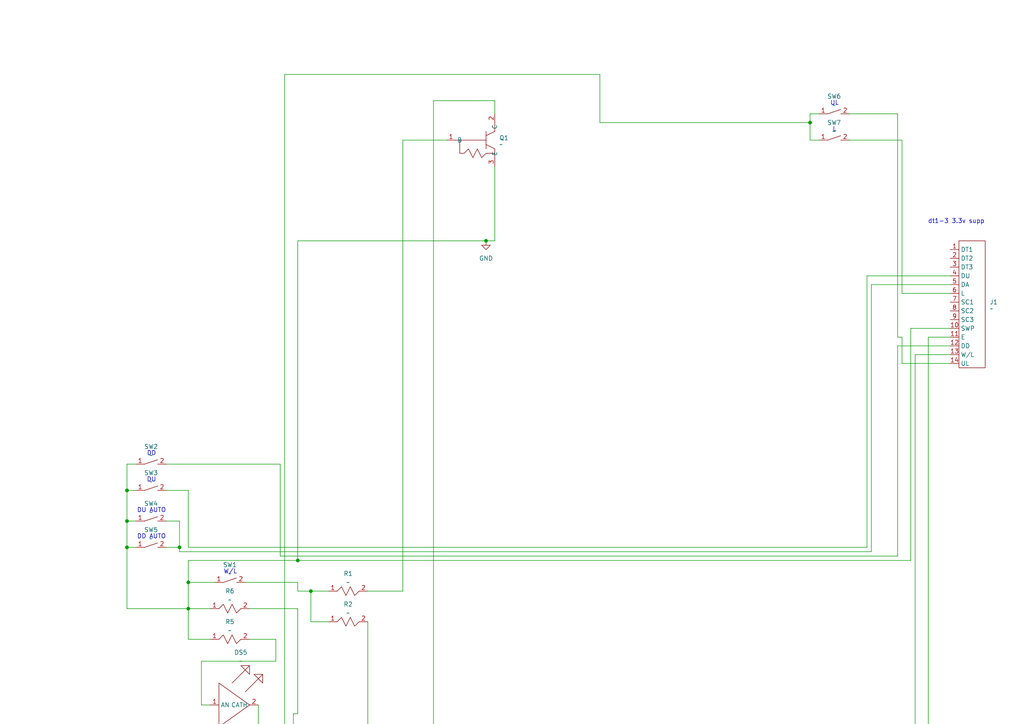
<source format=kicad_sch>
(kicad_sch (version 20231120) (generator "eeschema") (generator_version "8.0")
  (paper "A4")
  (lib_symbols
    (symbol "lexus ls400:100OHMRES"
      (property "Reference" "R" (at 5.334 3.556 0))
      (symbol "100OHMRES_0_1"
        (polyline (pts (xy 2.54 0) (xy 3.81 1.27) (xy 5.08 -1.27) (xy 6.35 1.27) (xy 7.62 -1.27) (xy 8.89 0)))
      )
      (symbol "100OHMRES_1_1"
        (pin bidirectional line (at 0 0 0) (length 2.54) (name "") (number "1"))
        (pin bidirectional line (at 11.43 0 180) (length 2.54) (name "") (number "2"))
      )
    )
    (symbol "lexus ls400:10OHMRES"
      (property "Reference" "R" (at 5.334 3.556 0))
      (symbol "10OHMRES_0_1"
        (polyline (pts (xy 2.54 0) (xy 3.81 1.27) (xy 5.08 -1.27) (xy 6.35 1.27) (xy 7.62 -1.27) (xy 8.89 0)))
      )
      (symbol "10OHMRES_1_1"
        (pin bidirectional line (at 0 0 0) (length 2.54) (name "") (number "1"))
        (pin bidirectional line (at 11.43 0 180) (length 2.54) (name "") (number "2"))
      )
    )
    (symbol "lexus ls400:14pindoorconn"
      (property "Reference" "J" (at 4.064 38.354 0))
      (symbol "14pindoorconn_0_1"
        (rectangle (start 0 36.83) (end 7.62 0))
      )
      (symbol "14pindoorconn_1_1"
        (pin bidirectional line (at -2.54 34.29 0) (length 2.54) (name "DT1") (number "1"))
        (pin bidirectional line (at -2.54 11.43 0) (length 2.54) (name "SWP") (number "10"))
        (pin bidirectional line (at -2.54 8.89 0) (length 2.54) (name "E") (number "11"))
        (pin bidirectional line (at -2.54 6.35 0) (length 2.54) (name "DD") (number "12"))
        (pin bidirectional line (at -2.54 3.81 0) (length 2.54) (name "W/L") (number "13"))
        (pin bidirectional line (at -2.54 1.27 0) (length 2.54) (name "UL") (number "14"))
        (pin bidirectional line (at -2.54 31.75 0) (length 2.54) (name "DT2") (number "2"))
        (pin bidirectional line (at -2.54 29.21 0) (length 2.54) (name "DT3") (number "3"))
        (pin bidirectional line (at -2.54 26.67 0) (length 2.54) (name "DU") (number "4"))
        (pin bidirectional line (at -2.54 24.13 0) (length 2.54) (name "DA") (number "5"))
        (pin bidirectional line (at -2.54 21.59 0) (length 2.54) (name "L") (number "6"))
        (pin bidirectional line (at -2.54 19.05 0) (length 2.54) (name "SC1") (number "7"))
        (pin bidirectional line (at -2.54 16.51 0) (length 2.54) (name "SC2") (number "8"))
        (pin bidirectional line (at -2.54 13.97 0) (length 2.54) (name "SC3") (number "9"))
      )
    )
    (symbol "lexus ls400:2000OHMRES"
      (property "Reference" "R" (at 5.334 3.556 0))
      (symbol "2000OHMRES_0_1"
        (polyline (pts (xy 2.54 0) (xy 3.81 1.27) (xy 5.08 -1.27) (xy 6.35 1.27) (xy 7.62 -1.27) (xy 8.89 0)))
      )
      (symbol "2000OHMRES_1_1"
        (pin bidirectional line (at 0 0 0) (length 2.54) (name "") (number "1"))
        (pin bidirectional line (at 11.43 0 180) (length 2.54) (name "") (number "2"))
      )
    )
    (symbol "lexus ls400:2PINDIODE2010"
      (property "Reference" "D" (at 7.112 5.588 0))
      (symbol "2PINDIODE2010_0_1"
        (polyline (pts (xy 11.43 0) (xy 2.54 6.35) (xy 2.54 -6.35) (xy 11.43 0)))
      )
      (symbol "2PINDIODE2010_1_1"
        (pin bidirectional line (at 0 0 0) (length 2.54) (name "AN") (number "1"))
        (pin bidirectional line (at 13.97 0 180) (length 2.54) (name "CATH") (number "2"))
      )
    )
    (symbol "lexus ls400:430OHMRES"
      (property "Reference" "R" (at 5.334 3.556 0))
      (symbol "430OHMRES_0_1"
        (polyline (pts (xy 2.54 0) (xy 3.81 1.27) (xy 5.08 -1.27) (xy 6.35 1.27) (xy 7.62 -1.27) (xy 8.89 0)))
      )
      (symbol "430OHMRES_1_1"
        (pin bidirectional line (at 0 0 0) (length 2.54) (name "") (number "1"))
        (pin bidirectional line (at 11.43 0 180) (length 2.54) (name "") (number "2"))
      )
    )
    (symbol "lexus ls400:560OHMRES"
      (property "Reference" "R" (at 5.334 3.556 0))
      (symbol "560OHMRES_0_1"
        (polyline (pts (xy 2.54 0) (xy 3.81 1.27) (xy 5.08 -1.27) (xy 6.35 1.27) (xy 7.62 -1.27) (xy 8.89 0)))
      )
      (symbol "560OHMRES_1_1"
        (pin bidirectional line (at 0 0 0) (length 2.54) (name "") (number "1"))
        (pin bidirectional line (at 11.43 0 180) (length 2.54) (name "") (number "2"))
      )
    )
    (symbol "lexus ls400:CONTACTSWITCH"
      (property "Reference" "SW" (at 4.572 3.048 0))
      (symbol "CONTACTSWITCH_0_1"
        (polyline (pts (xy 2.54 0) (xy 6.35 1.27)))
      )
      (symbol "CONTACTSWITCH_1_1"
        (pin bidirectional line (at 0 0 0) (length 2.54) (name "") (number "1"))
        (pin bidirectional line (at 8.89 0 180) (length 2.54) (name "") (number "2"))
      )
    )
    (symbol "lexus ls400:HR1A4A"
      (property "Reference" "Q" (at 7.366 5.08 0))
      (symbol "HR1A4A_0_1"
        (polyline (pts (xy 2.54 0) (xy 11.43 0)))
        (polyline (pts (xy 11.43 0) (xy 11.43 0)))
        (polyline (pts (xy 11.43 1.27) (xy 13.97 2.54)))
        (polyline (pts (xy 11.43 2.54) (xy 11.43 -2.54)))
        (polyline (pts (xy 11.43 2.54) (xy 11.43 2.54)))
        (polyline (pts (xy 13.97 2.54) (xy 13.97 5.08)))
        (polyline (pts (xy 5.08 -3.81) (xy 3.81 -3.81) (xy 3.81 0)))
        (polyline (pts (xy 11.43 -1.27) (xy 13.97 -2.54) (xy 13.97 -5.08)))
        (polyline (pts (xy 13.97 -3.81) (xy 11.43 -3.81) (xy 10.16 -5.08) (xy 8.89 -2.54) (xy 7.62 -5.08) (xy 6.35 -2.54) (xy 5.08 -3.81)))
      )
      (symbol "HR1A4A_1_1"
        (pin bidirectional line (at 0 0 0) (length 2.54) (name "B") (number "1"))
        (pin bidirectional line (at 13.97 7.62 270) (length 2.54) (name "C") (number "2"))
        (pin bidirectional line (at 13.97 -7.62 90) (length 2.54) (name "E") (number "3"))
      )
    )
    (symbol "lexus ls400:SMTLEDGRN1206"
      (property "Reference" "DS" (at 11.176 2.794 0))
      (symbol "SMTLEDGRN1206_0_1"
        (polyline (pts (xy 11.43 0) (xy 2.54 6.35) (xy 2.54 -6.35) (xy 11.43 0)))
        (polyline (pts (xy 6.35 6.35) (xy 11.43 11.43) (xy 8.89 11.43) (xy 11.43 8.89) (xy 11.43 11.43)))
        (polyline (pts (xy 10.16 3.81) (xy 15.24 8.89) (xy 12.7 8.89) (xy 15.24 6.35) (xy 15.24 8.89)))
      )
      (symbol "SMTLEDGRN1206_1_1"
        (pin bidirectional line (at 0 0 0) (length 2.54) (name "AN") (number "1"))
        (pin bidirectional line (at 13.97 0 180) (length 2.54) (name "CATH") (number "2"))
      )
    )
    (symbol "power:+12V" (power) (pin_numbers hide) (pin_names (offset 0) hide)
      (property "Value" "+12V" (at 0 3.556 0))
      (symbol "+12V_0_1"
        (polyline (pts (xy -0.762 1.27) (xy 0 2.54)))
        (polyline (pts (xy 0 0) (xy 0 2.54)))
        (polyline (pts (xy 0 2.54) (xy 0.762 1.27)))
      )
      (symbol "+12V_1_1"
        (pin power_in line (at 0 0 90) (length 0) (name "~") (number "1"))
      )
    )
    (symbol "power:GND" (power) (pin_numbers hide) (pin_names (offset 0) hide)
      (property "Value" "GND" (at 0 -3.81 0))
      (symbol "GND_0_1"
        (polyline (pts (xy 0 0) (xy 0 -1.27) (xy 1.27 -1.27) (xy 0 -2.54) (xy -1.27 -1.27) (xy 0 -1.27)))
      )
      (symbol "GND_1_1"
        (pin power_in line (at 0 0 270) (length 0) (name "~") (number "1"))
      )
    )
  )
  (junction (at 622.3 120.65))
  (junction (at 107.95 278.13))
  (junction (at 533.4 259.08))
  (junction (at 577.85 78.74))
  (junction (at 577.85 107.95))
  (junction (at 533.4 184.15))
  (junction (at 234.95 35.56))
  (junction (at 462.28 82.55))
  (junction (at 438.15 243.84))
  (junction (at 476.25 86.36))
  (junction (at 476.25 107.95))
  (junction (at 571.5 95.25))
  (junction (at 438.15 86.36))
  (junction (at 527.05 107.95))
  (junction (at 80.01 248.92))
  (junction (at 90.17 171.45))
  (junction (at 533.4 271.78))
  (junction (at 438.15 78.74))
  (junction (at 504.19 217.17))
  (junction (at 577.85 86.36))
  (junction (at 527.05 78.74))
  (junction (at 571.5 120.65))
  (junction (at 107.95 248.92))
  (junction (at 36.83 158.75))
  (junction (at 36.83 151.13))
  (junction (at 476.25 78.74))
  (junction (at 438.15 234.95))
  (junction (at 622.3 146.05))
  (junction (at 438.15 133.35))
  (junction (at 86.36 162.56))
  (junction (at 438.15 107.95))
  (junction (at 85.09 229.87))
  (junction (at 52.07 158.75))
  (junction (at 533.4 158.75))
  (junction (at 527.05 86.36))
  (junction (at 438.15 158.75))
  (junction (at 499.11 82.55))
  (junction (at 54.61 176.53))
  (junction (at 54.61 168.91))
  (junction (at 603.25 82.55))
  (junction (at 74.93 217.17))
  (junction (at 622.3 95.25))
  (junction (at 571.5 146.05))
  (junction (at 440.69 196.85))
  (junction (at 140.97 69.85))
  (junction (at 533.4 217.17))
  (junction (at 82.55 217.17))
  (junction (at 549.91 82.55))
  (junction (at 194.31 248.92))
  (junction (at 36.83 142.24))
  (wire (pts (xy 116.84 40.64) (xy 116.84 171.45)))
  (wire (pts (xy 440.69 196.85) (xy 440.69 203.2)))
  (wire (pts (xy 440.69 196.85) (xy 447.04 196.85)))
  (wire (pts (xy 36.83 134.62) (xy 36.83 142.24)))
  (wire (pts (xy 453.39 224.79) (xy 453.39 234.95)))
  (wire (pts (xy 462.28 86.36) (xy 462.28 82.55)))
  (wire (pts (xy 511.81 217.17) (xy 504.19 217.17)))
  (wire (pts (xy 275.59 95.25) (xy 264.16 95.25)))
  (wire (pts (xy 261.62 105.41) (xy 275.59 105.41)))
  (wire (pts (xy 125.73 222.25) (xy 194.31 222.25)))
  (wire (pts (xy 173.99 35.56) (xy 173.99 21.59)))
  (wire (pts (xy 86.36 171.45) (xy 90.17 171.45)))
  (wire (pts (xy 107.95 278.13) (xy 57.15 278.13)))
  (wire (pts (xy 36.83 142.24) (xy 39.37 142.24)))
  (wire (pts (xy 107.95 248.92) (xy 107.95 278.13)))
  (wire (pts (xy 438.15 243.84) (xy 491.49 243.84)))
  (wire (pts (xy 438.15 78.74) (xy 438.15 86.36)))
  (wire (pts (xy 570.23 82.55) (xy 571.5 82.55)))
  (wire (pts (xy 54.61 162.56) (xy 54.61 168.91)))
  (wire (pts (xy 39.37 134.62) (xy 36.83 134.62)))
  (wire (pts (xy 544.83 107.95) (xy 556.26 107.95)))
  (wire (pts (xy 48.26 134.62) (xy 81.28 134.62)))
  (wire (pts (xy 504.19 217.17) (xy 504.19 243.84)))
  (wire (pts (xy 29.21 266.7) (xy 29.21 248.92)))
  (wire (pts (xy 438.15 86.36) (xy 438.15 107.95)))
  (wire (pts (xy 269.24 232.41) (xy 218.44 232.41)))
  (wire (pts (xy 60.96 185.42) (xy 54.61 185.42)))
  (wire (pts (xy 481.33 158.75) (xy 533.4 158.75)))
  (wire (pts (xy 275.59 97.79) (xy 269.24 97.79)))
  (wire (pts (xy 577.85 133.35) (xy 577.85 107.95)))
  (wire (pts (xy 544.83 78.74) (xy 549.91 78.74)))
  (wire (pts (xy 80.01 229.87) (xy 85.09 229.87)))
  (wire (pts (xy 275.59 80.01) (xy 251.46 80.01)))
  (wire (pts (xy 438.15 243.84) (xy 438.15 259.08)))
  (wire (pts (xy 172.72 266.7) (xy 29.21 266.7)))
  (wire (pts (xy 494.03 133.35) (xy 505.46 133.35)))
  (wire (pts (xy 71.12 168.91) (xy 86.36 168.91)))
  (wire (pts (xy 80.01 191.77) (xy 80.01 185.42)))
  (wire (pts (xy 571.5 95.25) (xy 622.3 95.25)))
  (wire (pts (xy 571.5 82.55) (xy 571.5 95.25)))
  (wire (pts (xy 455.93 86.36) (xy 462.28 86.36)))
  (wire (pts (xy 476.25 133.35) (xy 476.25 107.95)))
  (wire (pts (xy 440.69 196.85) (xy 440.69 184.15)))
  (wire (pts (xy 476.25 107.95) (xy 485.14 107.95)))
  (wire (pts (xy 549.91 78.74) (xy 549.91 82.55)))
  (wire (pts (xy 260.35 100.33) (xy 275.59 100.33)))
  (wire (pts (xy 86.36 69.85) (xy 86.36 162.56)))
  (wire (pts (xy 237.49 33.02) (xy 234.95 33.02)))
  (wire (pts (xy 251.46 158.75) (xy 54.61 158.75)))
  (wire (pts (xy 621.03 133.35) (xy 622.3 133.35)))
  (wire (pts (xy 86.36 168.91) (xy 86.36 171.45)))
  (wire (pts (xy 52.07 151.13) (xy 52.07 158.75)))
  (wire (pts (xy 622.3 133.35) (xy 622.3 146.05)))
  (wire (pts (xy 504.19 217.17) (xy 501.65 217.17)))
  (wire (pts (xy 520.7 120.65) (xy 571.5 120.65)))
  (wire (pts (xy 81.28 134.62) (xy 81.28 161.29)))
  (wire (pts (xy 533.4 158.75) (xy 635 158.75)))
  (wire (pts (xy 527.05 107.95) (xy 527.05 86.36)))
  (wire (pts (xy 82.55 217.17) (xy 74.93 217.17)))
  (wire (pts (xy 95.25 180.34) (xy 90.17 180.34)))
  (wire (pts (xy 261.62 85.09) (xy 261.62 40.64)))
  (wire (pts (xy 533.4 158.75) (xy 533.4 184.15)))
  (wire (pts (xy 549.91 82.55) (xy 549.91 86.36)))
  (wire (pts (xy 106.68 217.17) (xy 82.55 217.17)))
  (wire (pts (xy 635 67.31) (xy 527.05 67.31)))
  (wire (pts (xy 72.39 176.53) (xy 86.36 176.53)))
  (wire (pts (xy 194.31 222.25) (xy 194.31 248.92)))
  (wire (pts (xy 36.83 151.13) (xy 39.37 151.13)))
  (wire (pts (xy 595.63 78.74) (xy 603.25 78.74)))
  (wire (pts (xy 621.03 82.55) (xy 622.3 82.55)))
  (wire (pts (xy 36.83 176.53) (xy 36.83 158.75)))
  (wire (pts (xy 433.07 49.53) (xy 635 49.53)))
  (wire (pts (xy 571.5 120.65) (xy 622.3 120.65)))
  (wire (pts (xy 74.93 217.17) (xy 74.93 204.47)))
  (wire (pts (xy 260.35 33.02) (xy 260.35 97.79)))
  (wire (pts (xy 622.3 107.95) (xy 622.3 120.65)))
  (wire (pts (xy 621.03 107.95) (xy 622.3 107.95)))
  (wire (pts (xy 265.43 248.92) (xy 265.43 102.87)))
  (wire (pts (xy 269.24 97.79) (xy 269.24 232.41)))
  (wire (pts (xy 36.83 158.75) (xy 36.83 151.13)))
  (wire (pts (xy 523.24 217.17) (xy 533.4 217.17)))
  (wire (pts (xy 499.11 78.74) (xy 499.11 82.55)))
  (wire (pts (xy 246.38 33.02) (xy 260.35 33.02)))
  (wire (pts (xy 125.73 29.21) (xy 125.73 222.25)))
  (wire (pts (xy 80.01 229.87) (xy 80.01 248.92)))
  (wire (pts (xy 467.36 158.75) (xy 458.47 158.75)))
  (wire (pts (xy 549.91 86.36) (xy 544.83 86.36)))
  (wire (pts (xy 481.33 184.15) (xy 486.41 184.15)))
  (wire (pts (xy 499.11 86.36) (xy 499.11 82.55)))
  (wire (pts (xy 260.35 161.29) (xy 260.35 100.33)))
  (wire (pts (xy 497.84 259.08) (xy 511.81 259.08)))
  (wire (pts (xy 533.4 279.4) (xy 533.4 271.78)))
  (wire (pts (xy 476.25 78.74) (xy 476.25 86.36)))
  (wire (pts (xy 458.47 196.85) (xy 635 196.85)))
  (wire (pts (xy 462.28 78.74) (xy 455.93 78.74)))
  (wire (pts (xy 36.83 142.24) (xy 36.83 151.13)))
  (wire (pts (xy 252.73 160.02) (xy 52.07 160.02)))
  (wire (pts (xy 520.7 107.95) (xy 520.7 120.65)))
  (wire (pts (xy 467.36 59.69) (xy 635 59.69)))
  (wire (pts (xy 476.25 133.35) (xy 485.14 133.35)))
  (wire (pts (xy 500.38 184.15) (xy 505.46 184.15)))
  (wire (pts (xy 234.95 40.64) (xy 237.49 40.64)))
  (wire (pts (xy 533.4 217.17) (xy 533.4 259.08)))
  (wire (pts (xy 520.7 133.35) (xy 520.7 146.05)))
  (wire (pts (xy 453.39 234.95) (xy 438.15 234.95)))
  (wire (pts (xy 476.25 86.36) (xy 476.25 107.95)))
  (wire (pts (xy 476.25 64.77) (xy 476.25 78.74)))
  (wire (pts (xy 527.05 86.36) (xy 535.94 86.36)))
  (wire (pts (xy 476.25 78.74) (xy 485.14 78.74)))
  (wire (pts (xy 571.5 133.35) (xy 570.23 133.35)))
  (wire (pts (xy 86.36 162.56) (xy 264.16 162.56)))
  (wire (pts (xy 571.5 146.05) (xy 622.3 146.05)))
  (wire (pts (xy 520.7 95.25) (xy 571.5 95.25)))
  (wire (pts (xy 595.63 107.95) (xy 607.06 107.95)))
  (wire (pts (xy 494.03 107.95) (xy 505.46 107.95)))
  (wire (pts (xy 86.36 162.56) (xy 54.61 162.56)))
  (wire (pts (xy 595.63 86.36) (xy 603.25 86.36)))
  (wire (pts (xy 172.72 248.92) (xy 172.72 266.7)))
  (wire (pts (xy 469.9 133.35) (xy 469.9 62.23)))
  (wire (pts (xy 447.04 78.74) (xy 438.15 78.74)))
  (wire (pts (xy 54.61 176.53) (xy 36.83 176.53)))
  (wire (pts (xy 497.84 271.78) (xy 533.4 271.78)))
  (wire (pts (xy 435.61 52.07) (xy 635 52.07)))
  (wire (pts (xy 533.4 184.15) (xy 533.4 217.17)))
  (wire (pts (xy 106.68 180.34) (xy 106.68 217.17)))
  (wire (pts (xy 54.61 185.42) (xy 54.61 176.53)))
  (wire (pts (xy 622.3 120.65) (xy 635 120.65)))
  (wire (pts (xy 494.03 86.36) (xy 499.11 86.36)))
  (wire (pts (xy 261.62 40.64) (xy 246.38 40.64)))
  (wire (pts (xy 234.95 33.02) (xy 234.95 35.56)))
  (wire (pts (xy 577.85 69.85) (xy 577.85 78.74)))
  (wire (pts (xy 577.85 78.74) (xy 586.74 78.74)))
  (wire (pts (xy 458.47 184.15) (xy 467.36 184.15)))
  (wire (pts (xy 234.95 35.56) (xy 234.95 40.64)))
  (wire (pts (xy 595.63 133.35) (xy 607.06 133.35)))
  (wire (pts (xy 519.43 82.55) (xy 520.7 82.55)))
  (wire (pts (xy 464.82 82.55) (xy 464.82 57.15)))
  (wire (pts (xy 90.17 180.34) (xy 90.17 171.45)))
  (wire (pts (xy 462.28 82.55) (xy 464.82 82.55)))
  (wire (pts (xy 527.05 78.74) (xy 535.94 78.74)))
  (wire (pts (xy 60.96 176.53) (xy 54.61 176.53)))
  (wire (pts (xy 455.93 107.95) (xy 467.36 107.95)))
  (wire (pts (xy 488.95 271.78) (xy 435.61 271.78)))
  (wire (pts (xy 116.84 171.45) (xy 106.68 171.45)))
  (wire (pts (xy 577.85 133.35) (xy 586.74 133.35)))
  (wire (pts (xy 100.33 248.92) (xy 107.95 248.92)))
  (wire (pts (xy 54.61 158.75) (xy 54.61 142.24)))
  (wire (pts (xy 438.15 158.75) (xy 438.15 234.95)))
  (wire (pts (xy 453.39 203.2) (xy 453.39 209.55)))
  (wire (pts (xy 39.37 158.75) (xy 36.83 158.75)))
  (wire (pts (xy 635 69.85) (xy 577.85 69.85)))
  (wire (pts (xy 52.07 160.02) (xy 52.07 158.75)))
  (wire (pts (xy 577.85 78.74) (xy 577.85 86.36)))
  (wire (pts (xy 635 64.77) (xy 476.25 64.77)))
  (wire (pts (xy 527.05 133.35) (xy 527.05 107.95)))
  (wire (pts (xy 607.06 82.55) (xy 603.25 82.55)))
  (wire (pts (xy 143.51 33.02) (xy 143.51 29.21)))
  (wire (pts (xy 519.43 133.35) (xy 520.7 133.35)))
  (wire (pts (xy 527.05 133.35) (xy 535.94 133.35)))
  (wire (pts (xy 129.54 40.64) (xy 116.84 40.64)))
  (wire (pts (xy 527.05 67.31) (xy 527.05 78.74)))
  (wire (pts (xy 143.51 29.21) (xy 125.73 29.21)))
  (wire (pts (xy 48.26 151.13) (xy 52.07 151.13)))
  (wire (pts (xy 29.21 248.92) (xy 34.29 248.92)))
  (wire (pts (xy 86.36 248.92) (xy 80.01 248.92)))
  (wire (pts (xy 520.7 82.55) (xy 520.7 95.25)))
  (wire (pts (xy 52.07 158.75) (xy 48.26 158.75)))
  (wire (pts (xy 48.26 248.92) (xy 66.04 248.92)))
  (wire (pts (xy 81.28 161.29) (xy 260.35 161.29)))
  (wire (pts (xy 500.38 243.84) (xy 504.19 243.84)))
  (wire (pts (xy 86.36 176.53) (xy 86.36 207.01)))
  (wire (pts (xy 527.05 107.95) (xy 535.94 107.95)))
  (wire (pts (xy 519.43 184.15) (xy 533.4 184.15)))
  (wire (pts (xy 486.41 259.08) (xy 438.15 259.08)))
  (wire (pts (xy 435.61 271.78) (xy 435.61 52.07)))
  (wire (pts (xy 251.46 80.01) (xy 251.46 158.75)))
  (wire (pts (xy 57.15 217.17) (xy 57.15 278.13)))
  (wire (pts (xy 476.25 86.36) (xy 485.14 86.36)))
  (wire (pts (xy 433.07 279.4) (xy 433.07 49.53)))
  (wire (pts (xy 107.95 229.87) (xy 107.95 248.92)))
  (wire (pts (xy 90.17 171.45) (xy 95.25 171.45)))
  (wire (pts (xy 467.36 59.69) (xy 467.36 107.95)))
  (wire (pts (xy 143.51 69.85) (xy 140.97 69.85)))
  (wire (pts (xy 469.9 62.23) (xy 635 62.23)))
  (wire (pts (xy 275.59 85.09) (xy 261.62 85.09)))
  (wire (pts (xy 74.93 217.17) (xy 57.15 217.17)))
  (wire (pts (xy 622.3 82.55) (xy 622.3 95.25)))
  (wire (pts (xy 86.36 207.01) (xy 85.09 207.01)))
  (wire (pts (xy 549.91 82.55) (xy 556.26 82.55)))
  (wire (pts (xy 519.43 107.95) (xy 520.7 107.95)))
  (wire (pts (xy 264.16 95.25) (xy 264.16 162.56)))
  (wire (pts (xy 438.15 243.84) (xy 438.15 234.95)))
  (wire (pts (xy 622.3 146.05) (xy 635 146.05)))
  (wire (pts (xy 497.84 279.4) (xy 533.4 279.4)))
  (wire (pts (xy 499.11 82.55) (xy 505.46 82.55)))
  (wire (pts (xy 252.73 82.55) (xy 252.73 160.02)))
  (wire (pts (xy 265.43 102.87) (xy 275.59 102.87)))
  (wire (pts (xy 140.97 69.85) (xy 86.36 69.85)))
  (wire (pts (xy 571.5 120.65) (xy 571.5 107.95)))
  (wire (pts (xy 234.95 35.56) (xy 173.99 35.56)))
  (wire (pts (xy 440.69 184.15) (xy 447.04 184.15)))
  (wire (pts (xy 438.15 54.61) (xy 438.15 78.74)))
  (wire (pts (xy 544.83 133.35) (xy 556.26 133.35)))
  (wire (pts (xy 447.04 86.36) (xy 438.15 86.36)))
  (wire (pts (xy 210.82 248.92) (xy 265.43 248.92)))
  (wire (pts (xy 438.15 133.35) (xy 438.15 107.95)))
  (wire (pts (xy 438.15 158.75) (xy 438.15 133.35)))
  (wire (pts (xy 173.99 21.59) (xy 82.55 21.59)))
  (wire (pts (xy 577.85 86.36) (xy 577.85 107.95)))
  (wire (pts (xy 440.69 203.2) (xy 453.39 203.2)))
  (wire (pts (xy 82.55 21.59) (xy 82.55 217.17)))
  (wire (pts (xy 462.28 82.55) (xy 462.28 78.74)))
  (wire (pts (xy 520.7 146.05) (xy 571.5 146.05)))
  (wire (pts (xy 447.04 158.75) (xy 438.15 158.75)))
  (wire (pts (xy 54.61 168.91) (xy 54.61 176.53)))
  (wire (pts (xy 577.85 107.95) (xy 586.74 107.95)))
  (wire (pts (xy 488.95 279.4) (xy 433.07 279.4)))
  (wire (pts (xy 438.15 107.95) (xy 447.04 107.95)))
  (wire (pts (xy 533.4 271.78) (xy 533.4 259.08)))
  (wire (pts (xy 218.44 278.13) (xy 107.95 278.13)))
  (wire (pts (xy 54.61 142.24) (xy 48.26 142.24)))
  (wire (pts (xy 571.5 146.05) (xy 571.5 133.35)))
  (wire (pts (xy 525.78 259.08) (xy 533.4 259.08)))
  (wire (pts (xy 455.93 133.35) (xy 469.9 133.35)))
  (wire (pts (xy 194.31 248.92) (xy 199.39 248.92)))
  (wire (pts (xy 622.3 95.25) (xy 635 95.25)))
  (wire (pts (xy 100.33 229.87) (xy 107.95 229.87)))
  (wire (pts (xy 58.42 191.77) (xy 80.01 191.77)))
  (wire (pts (xy 571.5 107.95) (xy 570.23 107.95)))
  (wire (pts (xy 58.42 204.47) (xy 58.42 191.77)))
  (wire (pts (xy 261.62 97.79) (xy 261.62 105.41)))
  (wire (pts (xy 85.09 229.87) (xy 86.36 229.87)))
  (wire (pts (xy 494.03 78.74) (xy 499.11 78.74)))
  (wire (pts (xy 464.82 57.15) (xy 635 57.15)))
  (wire (pts (xy 60.96 204.47) (xy 58.42 204.47)))
  (wire (pts (xy 275.59 82.55) (xy 252.73 82.55)))
  (wire (pts (xy 85.09 207.01) (xy 85.09 229.87)))
  (wire (pts (xy 447.04 133.35) (xy 438.15 133.35)))
  (wire (pts (xy 54.61 168.91) (xy 62.23 168.91)))
  (wire (pts (xy 527.05 78.74) (xy 527.05 86.36)))
  (wire (pts (xy 184.15 248.92) (xy 194.31 248.92)))
  (wire (pts (xy 603.25 82.55) (xy 603.25 78.74)))
  (wire (pts (xy 143.51 48.26) (xy 143.51 69.85)))
  (wire (pts (xy 603.25 86.36) (xy 603.25 82.55)))
  (wire (pts (xy 260.35 97.79) (xy 261.62 97.79)))
  (wire (pts (xy 218.44 232.41) (xy 218.44 278.13)))
  (wire (pts (xy 635 54.61) (xy 438.15 54.61)))
  (wire (pts (xy 467.36 217.17) (xy 490.22 217.17)))
  (wire (pts (xy 72.39 185.42) (xy 80.01 185.42)))
  (wire (pts (xy 577.85 86.36) (xy 586.74 86.36)))
  (text "RLU AUTO" (at 489.712 75.692 0) (effects (font (size 1.27 1.27))))
  (text "L" (at 493.522 276.352 0) (effects (font (size 1.27 1.27))))
  (text "DD AUTO" (at 43.942 155.702 0) (effects (font (size 1.27 1.27))))
  (text "PD" (at 591.312 130.302 0) (effects (font (size 1.27 1.27))))
  (text "2Vf" (at 567.436 102.108 0) (effects (font (size 1.27 1.27))))
  (text "PU AUTO" (at 591.058 75.692 0) (effects (font (size 1.27 1.27))))
  (text "DU AUTO" (at 43.942 148.082 0) (effects (font (size 1.27 1.27))))
  (text "RLD" (at 489.712 130.302 0) (effects (font (size 1.27 1.27))))
  (text "2Vf" (at 568.706 76.708 0) (effects (font (size 1.27 1.27))))
  (text "RRU" (at 540.512 104.902 0) (effects (font (size 1.27 1.27))))
  (text "2Vf" (at 568.706 127.508 0) (effects (font (size 1.27 1.27))))
  (text "2Vf" (at 618.236 127.508 0) (effects (font (size 1.27 1.27))))
  (text "RRD AUTO" (at 540.512 83.312 0) (effects (font (size 1.27 1.27))))
  (text "2Vf" (at 519.176 127.508 0) (effects (font (size 1.27 1.27))))
  (text "DD" (at 451.612 130.302 0) (effects (font (size 1.27 1.27))))
  (text "2Vf" (at 519.176 76.708 0) (effects (font (size 1.27 1.27))))
  (text "DD" (at 43.942 131.572 0) (effects (font (size 1.27 1.27))))
  (text "UL" (at 493.522 268.732 0) (effects (font (size 1.27 1.27))))
  (text "DU" (at 43.942 139.192 0) (effects (font (size 1.27 1.27))))
  (text "2Vf" (at 622.046 76.708 0) (effects (font (size 1.27 1.27))))
  (text "2Vf" (at 618.236 102.108 0) (effects (font (size 1.27 1.27))))
  (text "W/L" (at 66.802 165.862 0) (effects (font (size 1.27 1.27))))
  (text "RRU AUTO" (at 540.512 75.692 0) (effects (font (size 1.27 1.27))))
  (text "UL" (at 242.062 29.972 0) (effects (font (size 1.27 1.27))))
  (text "RLD AUTO" (at 489.712 83.312 0) (effects (font (size 1.27 1.27))))
  (text "RRD" (at 540.512 130.302 0) (effects (font (size 1.27 1.27))))
  (text "DD AUTO" (at 451.612 83.312 0) (effects (font (size 1.27 1.27))))
  (text "W/L" (at 496.062 240.792 0) (effects (font (size 1.27 1.27))))
  (text "DU" (at 451.612 104.902 0) (effects (font (size 1.27 1.27))))
  (text "PD AUTO" (at 591.058 83.312 0) (effects (font (size 1.27 1.27))))
  (text "L" (at 242.062 37.592 0) (effects (font (size 1.27 1.27))))
  (text "dt1-3 3.3v supp" (at 277.368 64.262 0) (effects (font (size 1.27 1.27))))
  (text "2Vf" (at 516.636 102.108 0) (effects (font (size 1.27 1.27))))
  (text "DU AUTO" (at 451.612 75.692 0) (effects (font (size 1.27 1.27))))
  (text "RLU" (at 489.712 104.902 0) (effects (font (size 1.27 1.27))))
  (text "PU" (at 591.312 104.902 0) (effects (font (size 1.27 1.27))))
  (label "SC1" (at 628.65 146.05 0))
  (label "SWP" (at 628.65 54.61 0))
  (label "W{slash}L" (at 627.38 196.85 0))
  (label "DD" (at 628.65 62.23 0))
  (label "DA" (at 628.65 57.15 0))
  (label "L" (at 628.65 49.53 0))
  (label "E" (at 628.65 158.75 0))
  (label "DT2" (at 628.65 67.31 0))
  (label "DU" (at 628.65 59.69 0))
  (label "UL" (at 628.65 52.07 0))
  (label "DT3" (at 628.65 64.77 0))
  (label "DT1" (at 628.65 69.85 0))
  (label "SC2" (at 628.65 120.65 0))
  (label "SC3" (at 628.65 95.25 0))
  (symbol (lib_id "lexus ls400:CONTACTSWITCH") (at 586.74 133.35 0) (unit 1)
    (property "Reference" "SW29" (at 591.058 128.27 0))
    (property "Value" "~" (at 591.185 130.81 0))
  )
  (symbol (lib_id "lexus ls400:CONTACTSWITCH") (at 447.04 107.95 0) (unit 1)
    (property "Reference" "SW9" (at 451.485 102.87 0))
    (property "Value" "~" (at 451.485 105.41 0))
  )
  (symbol (lib_id "lexus ls400:14pindoorconn") (at 278.13 106.68 0) (unit 1)
    (property "Reference" "J1" (at 287.02 87.6299 0) (effects (justify left)))
    (property "Value" "~" (at 287.02 89.535 0) (effects (justify left)))
  )
  (symbol (lib_id "lexus ls400:CONTACTSWITCH") (at 39.37 142.24 0) (unit 1)
    (property "Reference" "SW3" (at 43.815 137.16 0))
    (property "Value" "~" (at 43.815 139.7 0))
  )
  (symbol (lib_id "lexus ls400:CONTACTSWITCH") (at 491.49 243.84 0) (unit 1)
    (property "Reference" "SW12" (at 495.935 238.76 0))
    (property "Value" "~" (at 495.935 241.3 0))
  )
  (symbol (lib_id "lexus ls400:560OHMRES") (at 486.41 259.08 0) (unit 1)
    (property "Reference" "R5" (at 492.125 254 0))
    (property "Value" "~" (at 492.125 256.54 0))
  )
  (symbol (lib_id "lexus ls400:2PINDIODE2010") (at 607.06 133.35 0) (unit 1)
    (property "Reference" "D9" (at 613.664 127.762 0))
    (property "Value" "~" (at 614.045 125.73 0))
  )
  (symbol (lib_id "power:+12V") (at -27.94 218.44 0) (unit 1)
    (property "Reference" "#PWR02" (effects (hide yes)))
    (property "Value" "+12V" (at -27.94 213.36 0))
    (property "Description" "Power symbol creates a global label with name \"+12V\"" (effects (hide yes)))
  )
  (symbol (lib_id "lexus ls400:10OHMRES") (at 199.39 248.92 0) (unit 1)
    (property "Reference" "R3" (at 205.105 243.84 0))
    (property "Value" "~" (at 205.105 246.38 0))
  )
  (symbol (lib_id "lexus ls400:CONTACTSWITCH") (at 485.14 107.95 0) (unit 1)
    (property "Reference" "SW21" (at 489.585 102.87 0))
    (property "Value" "~" (at 489.585 105.41 0))
  )
  (symbol (lib_id "lexus ls400:SMTLEDGRN1206") (at 505.46 184.15 0) (unit 1)
    (property "Reference" "DS1" (at 514.35 168.91 0))
    (property "Value" "~" (at 514.35 171.45 0))
  )
  (symbol (lib_id "power:GND") (at 140.97 69.85 0) (unit 1)
    (property "Reference" "#PWR01" (effects (hide yes)))
    (property "Value" "GND" (at 140.97 74.93 0))
    (property "Description" "Power symbol creates a global label with name \"GND\" , ground" (effects (hide yes)))
  )
  (symbol (lib_id "lexus ls400:SMTLEDGRN1206") (at 467.36 158.75 0) (unit 1)
    (property "Reference" "DS2" (at 476.25 143.51 0))
    (property "Value" "~" (at 476.25 146.05 0))
  )
  (symbol (lib_id "lexus ls400:2PINDIODE2010") (at 505.46 82.55 0) (unit 1)
    (property "Reference" "D1" (at 512.318 76.962 0))
    (property "Value" "~" (at 512.445 74.93 0))
  )
  (symbol (lib_id "lexus ls400:100OHMRES") (at 490.22 217.17 0) (unit 1)
    (property "Reference" "R1" (at 495.935 212.09 0))
    (property "Value" "~" (at 495.935 214.63 0))
  )
  (symbol (lib_id "lexus ls400:CONTACTSWITCH") (at 62.23 168.91 0) (unit 1)
    (property "Reference" "SW1" (at 66.675 163.83 0))
    (property "Value" "~" (at 66.675 166.37 0))
  )
  (symbol (lib_id "lexus ls400:CONTACTSWITCH") (at 237.49 33.02 0) (unit 1)
    (property "Reference" "SW6" (at 241.935 27.94 0))
    (property "Value" "~" (at 241.935 30.48 0))
  )
  (symbol (lib_id "lexus ls400:SMTLEDGRN1206") (at 60.96 204.47 0) (unit 1)
    (property "Reference" "DS5" (at 69.85 189.23 0))
    (property "Value" "~" (at 69.85 191.77 0))
  )
  (symbol (lib_id "lexus ls400:2PINDIODE2010") (at 505.46 133.35 0) (unit 1)
    (property "Reference" "D3" (at 512.064 127.762 0))
    (property "Value" "~" (at 512.445 125.73 0))
  )
  (symbol (lib_id "lexus ls400:CONTACTSWITCH") (at 586.74 107.95 0) (unit 1)
    (property "Reference" "SW30" (at 591.185 102.87 0))
    (property "Value" "~" (at 591.185 105.41 0))
  )
  (symbol (lib_id "lexus ls400:2000OHMRES") (at 511.81 217.17 0) (unit 1)
    (property "Reference" "R2" (at 517.525 212.09 0))
    (property "Value" "~" (at 517.525 214.63 0))
  )
  (symbol (lib_id "lexus ls400:2PINDIODE2010") (at 556.26 133.35 0) (unit 1)
    (property "Reference" "D6" (at 562.864 127.762 0))
    (property "Value" "~" (at 563.245 125.73 0))
  )
  (symbol (lib_id "lexus ls400:SMTLEDGRN1206") (at 511.81 259.08 0) (unit 1)
    (property "Reference" "DS5" (at 520.7 243.84 0))
    (property "Value" "~" (at 520.7 246.38 0))
  )
  (symbol (lib_id "lexus ls400:560OHMRES") (at 447.04 158.75 0) (unit 1)
    (property "Reference" "R6" (at 452.755 153.67 0))
    (property "Value" "~" (at 452.755 156.21 0))
  )
  (symbol (lib_id "lexus ls400:CONTACTSWITCH") (at 237.49 40.64 0) (unit 1)
    (property "Reference" "SW7" (at 241.935 35.56 0))
    (property "Value" "~" (at 241.935 38.1 0))
  )
  (symbol (lib_id "lexus ls400:CONTACTSWITCH") (at 447.04 86.36 0) (unit 1)
    (property "Reference" "SW11" (at 451.485 81.28 0))
    (property "Value" "~" (at 451.485 83.82 0))
  )
  (symbol (lib_id "lexus ls400:430OHMRES") (at 172.72 248.92 0) (unit 1)
    (property "Reference" "R4" (at 178.435 243.84 0))
    (property "Value" "~" (at 178.435 246.38 0))
  )
  (symbol (lib_id "lexus ls400:CONTACTSWITCH") (at 535.94 78.74 0) (unit 1)
    (property "Reference" "SW27" (at 540.385 73.66 0))
    (property "Value" "~" (at 540.385 76.2 0))
  )
  (symbol (lib_id "lexus ls400:CONTACTSWITCH") (at 39.37 158.75 0) (unit 1)
    (property "Reference" "SW5" (at 43.815 153.67 0))
    (property "Value" "~" (at 43.815 156.21 0))
  )
  (symbol (lib_id "lexus ls400:SMTLEDGRN1206") (at 86.36 229.87 0) (unit 1)
    (property "Reference" "DS2" (at 95.25 214.63 0))
    (property "Value" "~" (at 95.25 217.17 0))
  )
  (symbol (lib_id "lexus ls400:100OHMRES") (at 95.25 171.45 0) (unit 1)
    (property "Reference" "R1" (at 100.965 166.37 0))
    (property "Value" "~" (at 100.965 168.91 0))
  )
  (symbol (lib_id "lexus ls400:CONTACTSWITCH") (at 39.37 151.13 0) (unit 1)
    (property "Reference" "SW4" (at 43.815 146.05 0))
    (property "Value" "~" (at 43.815 148.59 0))
  )
  (symbol (lib_id "lexus ls400:CONTACTSWITCH") (at 488.95 279.4 0) (unit 1)
    (property "Reference" "SW14" (at 493.395 274.32 0))
    (property "Value" "~" (at 493.395 276.86 0))
  )
  (symbol (lib_id "lexus ls400:SMTLEDGRN1206") (at 66.04 248.92 0) (unit 1)
    (property "Reference" "DS3" (at 74.93 233.68 0))
    (property "Value" "~" (at 74.93 236.22 0))
  )
  (symbol (lib_id "lexus ls400:SMTLEDGRN1206") (at 86.36 248.92 0) (unit 1)
    (property "Reference" "DS1" (at 95.25 233.68 0))
    (property "Value" "~" (at 95.25 236.22 0))
  )
  (symbol (lib_id "lexus ls400:CONTACTSWITCH") (at 488.95 271.78 0) (unit 1)
    (property "Reference" "SW13" (at 493.395 266.7 0))
    (property "Value" "~" (at 493.395 269.24 0))
  )
  (symbol (lib_id "lexus ls400:CONTACTSWITCH") (at 586.74 78.74 0) (unit 1)
    (property "Reference" "SW31" (at 591.185 73.66 0))
    (property "Value" "~" (at 591.185 76.2 0))
  )
  (symbol (lib_id "lexus ls400:2000OHMRES") (at 95.25 180.34 0) (unit 1)
    (property "Reference" "R2" (at 100.965 175.26 0))
    (property "Value" "~" (at 100.965 177.8 0))
  )
  (symbol (lib_id "lexus ls400:CONTACTSWITCH") (at 586.74 86.36 0) (unit 1)
    (property "Reference" "SW32" (at 591.185 81.28 0))
    (property "Value" "~" (at 591.185 83.82 0))
  )
  (symbol (lib_id "lexus ls400:14pindoorconn") (at 694.69 115.57 0) (unit 1)
    (property "Reference" "J2" (at 703.58 96.5199 0) (effects (justify left)))
    (property "Value" "~" (at 703.58 98.425 0) (effects (justify left)))
  )
  (symbol (lib_id "lexus ls400:560OHMRES") (at 60.96 185.42 0) (unit 1)
    (property "Reference" "R5" (at 66.675 180.34 0))
    (property "Value" "~" (at 66.675 182.88 0))
  )
  (symbol (lib_id "lexus ls400:CONTACTSWITCH") (at 447.04 133.35 0) (unit 1)
    (property "Reference" "SW8" (at 451.485 128.27 0))
    (property "Value" "~" (at 451.485 130.81 0))
  )
  (symbol (lib_id "lexus ls400:SMTLEDGRN1206") (at 486.41 184.15 0) (unit 1)
    (property "Reference" "DS3" (at 495.3 168.91 0))
    (property "Value" "~" (at 495.3 171.45 0))
  )
  (symbol (lib_id "lexus ls400:2PINDIODE2010") (at 556.26 107.95 0) (unit 1)
    (property "Reference" "D5" (at 562.864 102.362 0))
    (property "Value" "~" (at 563.245 100.33 0))
  )
  (symbol (lib_id "lexus ls400:HR1A4A") (at 467.36 217.17 0) (mirror y) (unit 1)
    (property "Reference" "Q3" (at 452.12 216.5349 0) (effects (justify left)))
    (property "Value" "~" (at 452.12 218.44 0) (effects (justify left)))
  )
  (symbol (lib_id "lexus ls400:430OHMRES") (at 447.04 184.15 0) (unit 1)
    (property "Reference" "R4" (at 452.755 179.07 0))
    (property "Value" "~" (at 452.755 181.61 0))
  )
  (symbol (lib_id "lexus ls400:CONTACTSWITCH") (at 535.94 133.35 0) (unit 1)
    (property "Reference" "SW26" (at 540.385 128.27 0))
    (property "Value" "~" (at 540.385 130.81 0))
  )
  (symbol (lib_id "lexus ls400:CONTACTSWITCH") (at 535.94 107.95 0) (unit 1)
    (property "Reference" "SW25" (at 540.385 102.87 0))
    (property "Value" "~" (at 540.385 105.41 0))
  )
  (symbol (lib_id "lexus ls400:10OHMRES") (at 447.04 196.85 0) (unit 1)
    (property "Reference" "R3" (at 452.755 191.77 0))
    (property "Value" "~" (at 452.755 194.31 0))
  )
  (symbol (lib_id "lexus ls400:CONTACTSWITCH") (at 535.94 86.36 0) (unit 1)
    (property "Reference" "SW28" (at 540.385 81.28 0))
    (property "Value" "~" (at 540.385 83.82 0))
  )
  (symbol (lib_id "lexus ls400:560OHMRES") (at 60.96 176.53 0) (unit 1)
    (property "Reference" "R6" (at 66.675 171.45 0))
    (property "Value" "~" (at 66.675 173.99 0))
  )
  (symbol (lib_id "lexus ls400:CONTACTSWITCH") (at 485.14 86.36 0) (unit 1)
    (property "Reference" "SW24" (at 489.585 81.28 0))
    (property "Value" "~" (at 489.585 83.82 0))
  )
  (symbol (lib_id "lexus ls400:CONTACTSWITCH") (at 485.14 133.35 0) (unit 1)
    (property "Reference" "SW22" (at 489.585 128.27 0))
    (property "Value" "~" (at 489.585 130.81 0))
  )
  (symbol (lib_id "lexus ls400:SMTLEDGRN1206") (at 467.36 184.15 0) (unit 1)
    (property "Reference" "DS4" (at 476.25 168.91 0))
    (property "Value" "~" (at 476.25 171.45 0))
  )
  (symbol (lib_id "lexus ls400:2PINDIODE2010") (at 607.06 107.95 0) (unit 1)
    (property "Reference" "D8" (at 613.664 102.362 0))
    (property "Value" "~" (at 614.045 100.33 0))
  )
  (symbol (lib_id "lexus ls400:HR1A4A") (at 129.54 40.64 0) (unit 1)
    (property "Reference" "Q1" (at 144.78 40.0049 0) (effects (justify left)))
    (property "Value" "~" (at 144.78 41.91 0) (effects (justify left)))
  )
  (symbol (lib_id "lexus ls400:CONTACTSWITCH") (at 485.14 78.74 0) (unit 1)
    (property "Reference" "SW23" (at 489.585 73.66 0))
    (property "Value" "~" (at 489.585 76.2 0))
  )
  (symbol (lib_id "lexus ls400:2PINDIODE2010") (at 505.46 107.95 0) (unit 1)
    (property "Reference" "D2" (at 512.064 102.362 0))
    (property "Value" "~" (at 512.445 100.33 0))
  )
  (symbol (lib_id "lexus ls400:CONTACTSWITCH") (at 447.04 78.74 0) (unit 1)
    (property "Reference" "SW10" (at 451.485 73.66 0))
    (property "Value" "~" (at 451.485 76.2 0))
  )
  (symbol (lib_id "lexus ls400:2PINDIODE2010") (at 556.26 82.55 0) (unit 1)
    (property "Reference" "D4" (at 562.864 76.962 0))
    (property "Value" "~" (at 563.245 74.93 0))
  )
  (symbol (lib_id "lexus ls400:SMTLEDGRN1206") (at 34.29 248.92 0) (unit 1)
    (property "Reference" "DS4" (at 43.18 233.68 0))
    (property "Value" "~" (at 43.18 236.22 0))
  )
  (symbol (lib_id "lexus ls400:CONTACTSWITCH") (at 39.37 134.62 0) (unit 1)
    (property "Reference" "SW2" (at 43.815 129.54 0))
    (property "Value" "~" (at 43.815 132.08 0))
  )
  (symbol (lib_id "lexus ls400:2PINDIODE2010") (at 607.06 82.55 0) (unit 1)
    (property "Reference" "D7" (at 613.664 76.962 0))
    (property "Value" "~" (at 614.045 74.93 0))
  )
  (sheet (at -25.4 110.49) (size 12.7 11.43) (stroke (width 0.1524))
    (property "Sheetname" "LEDCIRCUIT" (at -25.4 109.7784 0) (effects (justify left bottom)))
    (property "Sheetfile" "untitled.kicad_sch" (at -25.4 122.5046 0) (effects (justify left top)))
  )
)
</source>
